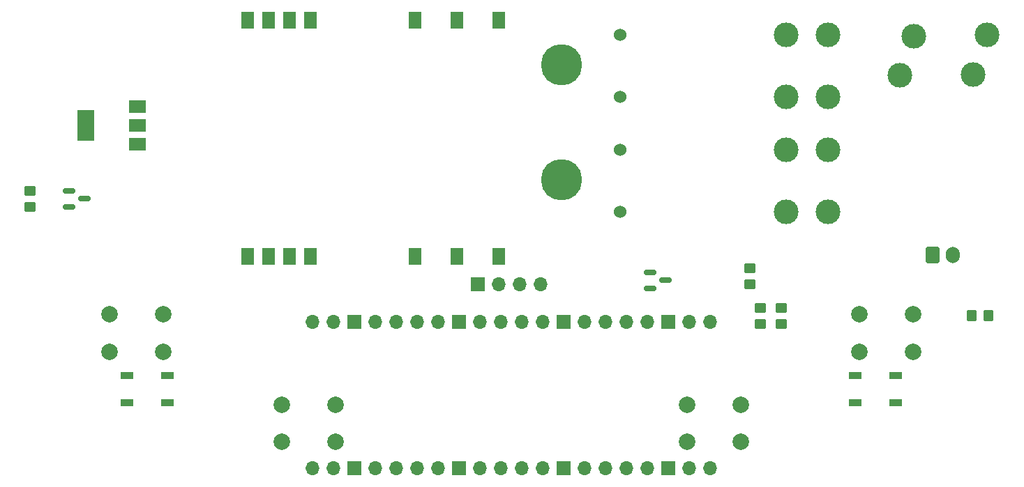
<source format=gbr>
%TF.GenerationSoftware,KiCad,Pcbnew,7.0.8-7.0.8~ubuntu20.04.1*%
%TF.CreationDate,2023-11-26T17:45:29+01:00*%
%TF.ProjectId,bouilloire_pcb,626f7569-6c6c-46f6-9972-655f7063622e,rev?*%
%TF.SameCoordinates,Original*%
%TF.FileFunction,Soldermask,Top*%
%TF.FilePolarity,Negative*%
%FSLAX46Y46*%
G04 Gerber Fmt 4.6, Leading zero omitted, Abs format (unit mm)*
G04 Created by KiCad (PCBNEW 7.0.8-7.0.8~ubuntu20.04.1) date 2023-11-26 17:45:29*
%MOMM*%
%LPD*%
G01*
G04 APERTURE LIST*
G04 Aperture macros list*
%AMRoundRect*
0 Rectangle with rounded corners*
0 $1 Rounding radius*
0 $2 $3 $4 $5 $6 $7 $8 $9 X,Y pos of 4 corners*
0 Add a 4 corners polygon primitive as box body*
4,1,4,$2,$3,$4,$5,$6,$7,$8,$9,$2,$3,0*
0 Add four circle primitives for the rounded corners*
1,1,$1+$1,$2,$3*
1,1,$1+$1,$4,$5*
1,1,$1+$1,$6,$7*
1,1,$1+$1,$8,$9*
0 Add four rect primitives between the rounded corners*
20,1,$1+$1,$2,$3,$4,$5,0*
20,1,$1+$1,$4,$5,$6,$7,0*
20,1,$1+$1,$6,$7,$8,$9,0*
20,1,$1+$1,$8,$9,$2,$3,0*%
G04 Aperture macros list end*
%ADD10R,1.700000X1.700000*%
%ADD11O,1.700000X1.700000*%
%ADD12RoundRect,0.250000X0.350000X0.450000X-0.350000X0.450000X-0.350000X-0.450000X0.350000X-0.450000X0*%
%ADD13RoundRect,0.250000X0.450000X-0.350000X0.450000X0.350000X-0.450000X0.350000X-0.450000X-0.350000X0*%
%ADD14C,2.000000*%
%ADD15RoundRect,0.150000X-0.587500X-0.150000X0.587500X-0.150000X0.587500X0.150000X-0.587500X0.150000X0*%
%ADD16C,3.000000*%
%ADD17C,1.524000*%
%ADD18R,1.500000X0.900000*%
%ADD19C,5.000000*%
%ADD20R,1.500000X2.030000*%
%ADD21RoundRect,0.250000X-0.450000X0.350000X-0.450000X-0.350000X0.450000X-0.350000X0.450000X0.350000X0*%
%ADD22RoundRect,0.250000X-0.600000X-0.750000X0.600000X-0.750000X0.600000X0.750000X-0.600000X0.750000X0*%
%ADD23O,1.700000X2.000000*%
%ADD24R,2.000000X1.500000*%
%ADD25R,2.000000X3.800000*%
G04 APERTURE END LIST*
D10*
%TO.C,J1*%
X59690000Y25400000D03*
D11*
X62230000Y25400000D03*
X64770000Y25400000D03*
X67310000Y25400000D03*
%TD*%
D12*
%TO.C,R3*%
X121650000Y21590000D03*
X119650000Y21590000D03*
%TD*%
D13*
%TO.C,R2*%
X92710000Y25400000D03*
X92710000Y27400000D03*
%TD*%
D14*
%TO.C,SW2*%
X35910000Y10750000D03*
X42410000Y10750000D03*
X35910000Y6250000D03*
X42410000Y6250000D03*
%TD*%
D15*
%TO.C,Q2*%
X80596500Y24958000D03*
X80596500Y26858000D03*
X82471500Y25908000D03*
%TD*%
D16*
%TO.C,K2*%
X97105000Y55725000D03*
X97105000Y48225000D03*
X102145000Y55725000D03*
X102145000Y48225000D03*
D17*
X76945000Y55725000D03*
X76945000Y48225000D03*
%TD*%
D18*
%TO.C,D2*%
X105500000Y14350000D03*
X105500000Y11050000D03*
X110400000Y11050000D03*
X110400000Y14350000D03*
%TD*%
D16*
%TO.C,K1*%
X97105000Y41755000D03*
X97105000Y34255000D03*
X102145000Y41755000D03*
X102145000Y34255000D03*
D17*
X76945000Y41755000D03*
X76945000Y34255000D03*
%TD*%
D19*
%TO.C,J5*%
X69850000Y38100000D03*
%TD*%
%TO.C,J6*%
X69850000Y52070000D03*
%TD*%
D20*
%TO.C,PS1*%
X62230000Y57530000D03*
X57150000Y57530000D03*
X52070000Y57530000D03*
X39370000Y57530000D03*
X36830000Y57530000D03*
X34290000Y57530000D03*
X31750000Y57530000D03*
X31750000Y28830000D03*
X34290000Y28830000D03*
X36830000Y28830000D03*
X39370000Y28830000D03*
X52070000Y28830000D03*
X57150000Y28830000D03*
X62230000Y28830000D03*
%TD*%
D16*
%TO.C,J4*%
X112628731Y55573639D03*
X110891269Y50800000D03*
%TD*%
D21*
%TO.C,R5*%
X93980000Y22590000D03*
X93980000Y20590000D03*
%TD*%
%TO.C,R4*%
X96520000Y22590000D03*
X96520000Y20590000D03*
%TD*%
D14*
%TO.C,SW1*%
X15000000Y21750000D03*
X21500000Y21750000D03*
X15000000Y17250000D03*
X21500000Y17250000D03*
%TD*%
D22*
%TO.C,J2*%
X114848000Y28956000D03*
D23*
X117348000Y28956000D03*
%TD*%
D14*
%TO.C,SW3*%
X85100000Y10750000D03*
X91600000Y10750000D03*
X85100000Y6250000D03*
X91600000Y6250000D03*
%TD*%
D16*
%TO.C,J3*%
X119781269Y50953180D03*
X121518731Y55726819D03*
%TD*%
D13*
%TO.C,R1*%
X5334000Y34814000D03*
X5334000Y36814000D03*
%TD*%
D14*
%TO.C,SW4*%
X106000000Y21750000D03*
X112500000Y21750000D03*
X106000000Y17250000D03*
X112500000Y17250000D03*
%TD*%
D18*
%TO.C,D1*%
X17108000Y14350000D03*
X17108000Y11050000D03*
X22008000Y11050000D03*
X22008000Y14350000D03*
%TD*%
D24*
%TO.C,U2*%
X18390000Y42404000D03*
X18390000Y44704000D03*
D25*
X12090000Y44704000D03*
D24*
X18390000Y47004000D03*
%TD*%
D15*
%TO.C,Q1*%
X10063000Y34864000D03*
X10063000Y36764000D03*
X11938000Y35814000D03*
%TD*%
D11*
%TO.C,U1*%
X87884000Y3048000D03*
X85344000Y3048000D03*
D10*
X82804000Y3048000D03*
D11*
X80264000Y3048000D03*
X77724000Y3048000D03*
X75184000Y3048000D03*
X72644000Y3048000D03*
D10*
X70104000Y3048000D03*
D11*
X67564000Y3048000D03*
X65024000Y3048000D03*
X62484000Y3048000D03*
X59944000Y3048000D03*
D10*
X57404000Y3048000D03*
D11*
X54864000Y3048000D03*
X52324000Y3048000D03*
X49784000Y3048000D03*
X47244000Y3048000D03*
D10*
X44704000Y3048000D03*
D11*
X42164000Y3048000D03*
X39624000Y3048000D03*
X39624000Y20828000D03*
X42164000Y20828000D03*
D10*
X44704000Y20828000D03*
D11*
X47244000Y20828000D03*
X49784000Y20828000D03*
X52324000Y20828000D03*
X54864000Y20828000D03*
D10*
X57404000Y20828000D03*
D11*
X59944000Y20828000D03*
X62484000Y20828000D03*
X65024000Y20828000D03*
X67564000Y20828000D03*
D10*
X70104000Y20828000D03*
D11*
X72644000Y20828000D03*
X75184000Y20828000D03*
X77724000Y20828000D03*
X80264000Y20828000D03*
D10*
X82804000Y20828000D03*
D11*
X85344000Y20828000D03*
X87884000Y20828000D03*
%TD*%
M02*

</source>
